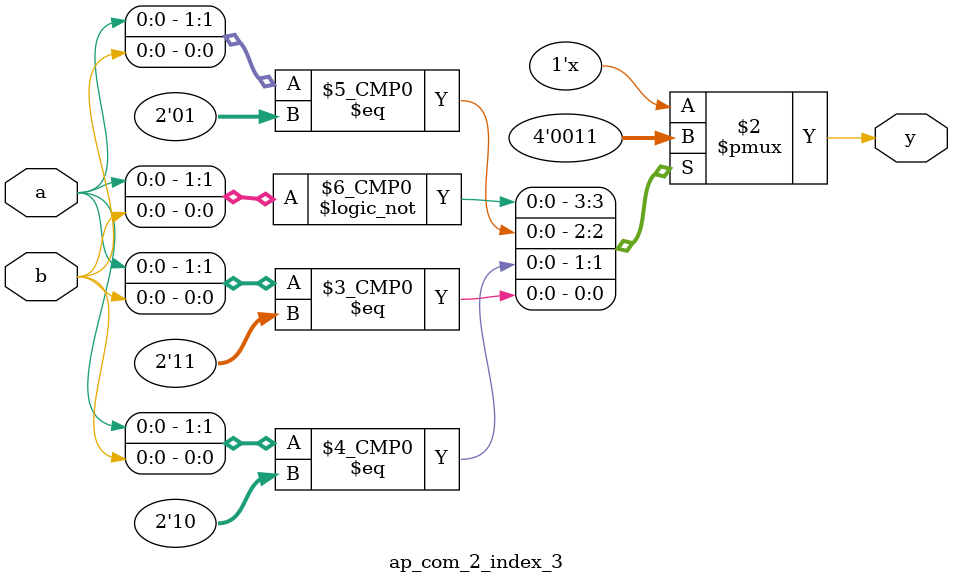
<source format=v>
module ap_com_4_index_0(
	input wire a,
	input wire b,
	input wire c,
	input wire d,
	output reg y
);

always @(*) begin
	case({a, b, c, d})
		4'b0000: y = 0;
		4'b0001: y = 1;
		4'b0010: y = 1;
		4'b0011: y = 1;
		4'b0100: y = 0;
		4'b0101: y = 1;
		4'b0110: y = 1;
		4'b0111: y = 1;
		4'b1000: y = 0;
		4'b1001: y = 0;
		4'b1010: y = 1;
		4'b1011: y = 1;
		4'b1100: y = 1;
		4'b1101: y = 1;
		4'b1110: y = 1;
		4'b1111: y = 1;
		default:;
	endcase
end

endmodule


module ap_com_4_index_1(
	input wire a,
	input wire b,
	input wire c,
	input wire d,
	output reg y
);

always @(*) begin
	case({a, b, c, d})
		4'b0000: y = 0;
		4'b0001: y = 0;
		4'b0010: y = 0;
		4'b0011: y = 0;
		4'b0100: y = 1;
		4'b0101: y = 1;
		4'b0110: y = 1;
		4'b0111: y = 1;
		4'b1000: y = 0;
		4'b1001: y = 0;
		4'b1010: y = 0;
		4'b1011: y = 0;
		4'b1100: y = 1;
		4'b1101: y = 1;
		4'b1110: y = 1;
		4'b1111: y = 1;
		default:;
	endcase
end

endmodule


module ap_com_3_index_2(
	input wire a,
	input wire b,
	input wire c,
	output reg y
);

always @(*) begin
	case({a, b, c})
		3'b000: y = 0;
		3'b001: y = 0;
		3'b010: y = 0;
		3'b011: y = 0;
		3'b100: y = 1;
		3'b101: y = 1;
		3'b110: y = 1;
		3'b111: y = 1;
		default:;
	endcase
end

endmodule


module ap_com_2_index_3(
	input wire a,
	input wire b,
	output reg y
);

always @(*) begin
	case({a, b})
		2'b00: y = 0;
		2'b01: y = 0;
		2'b10: y = 1;
		2'b11: y = 1;
		default:;
	endcase
end

endmodule



</source>
